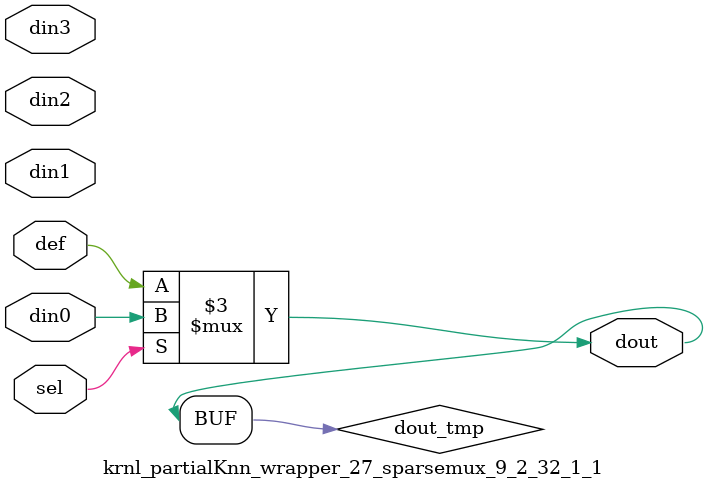
<source format=v>
`timescale 1ns / 1ps

module krnl_partialKnn_wrapper_27_sparsemux_9_2_32_1_1 (din0,din1,din2,din3,def,sel,dout);

parameter din0_WIDTH = 1;

parameter din1_WIDTH = 1;

parameter din2_WIDTH = 1;

parameter din3_WIDTH = 1;

parameter def_WIDTH = 1;
parameter sel_WIDTH = 1;
parameter dout_WIDTH = 1;

parameter [sel_WIDTH-1:0] CASE0 = 1;

parameter [sel_WIDTH-1:0] CASE1 = 1;

parameter [sel_WIDTH-1:0] CASE2 = 1;

parameter [sel_WIDTH-1:0] CASE3 = 1;

parameter ID = 1;
parameter NUM_STAGE = 1;



input [din0_WIDTH-1:0] din0;

input [din1_WIDTH-1:0] din1;

input [din2_WIDTH-1:0] din2;

input [din3_WIDTH-1:0] din3;

input [def_WIDTH-1:0] def;
input [sel_WIDTH-1:0] sel;

output [dout_WIDTH-1:0] dout;



reg [dout_WIDTH-1:0] dout_tmp;

always @ (*) begin
case (sel)
    
    CASE0 : dout_tmp = din0;
    
    CASE1 : dout_tmp = din1;
    
    CASE2 : dout_tmp = din2;
    
    CASE3 : dout_tmp = din3;
    
    default : dout_tmp = def;
endcase
end


assign dout = dout_tmp;



endmodule

</source>
